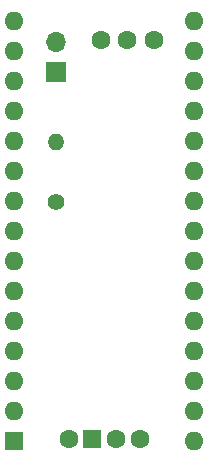
<source format=gbr>
%TF.GenerationSoftware,KiCad,Pcbnew,(5.99.0-3084-g09ad52a03)*%
%TF.CreationDate,2020-11-20T19:05:29+02:00*%
%TF.ProjectId,Arduino Nano rev 1,41726475-696e-46f2-904e-616e6f207265,rev?*%
%TF.SameCoordinates,Original*%
%TF.FileFunction,Soldermask,Top*%
%TF.FilePolarity,Negative*%
%FSLAX46Y46*%
G04 Gerber Fmt 4.6, Leading zero omitted, Abs format (unit mm)*
G04 Created by KiCad (PCBNEW (5.99.0-3084-g09ad52a03)) date 2020-11-20 19:05:29*
%MOMM*%
%LPD*%
G01*
G04 APERTURE LIST*
%ADD10C,1.600000*%
%ADD11R,1.600000X1.600000*%
%ADD12R,1.700000X1.700000*%
%ADD13O,1.700000X1.700000*%
%ADD14C,1.400000*%
%ADD15O,1.400000X1.400000*%
%ADD16O,1.600000X1.600000*%
G04 APERTURE END LIST*
D10*
%TO.C,J1*%
X133300000Y-108600000D03*
D11*
X135300000Y-108600000D03*
D10*
X137300000Y-108600000D03*
X139300000Y-108600000D03*
%TD*%
D12*
%TO.C,SW*%
X132250000Y-77500000D03*
D13*
X132250000Y-74960000D03*
%TD*%
D10*
%TO.C,BAT_MON*%
X140500000Y-74750000D03*
%TD*%
%TO.C,GND*%
X138250000Y-74750000D03*
%TD*%
%TO.C,VIN*%
X136000000Y-74750000D03*
%TD*%
D14*
%TO.C,R*%
X132250000Y-88500000D03*
D15*
X132250000Y-83420000D03*
%TD*%
D11*
%TO.C,A1*%
X128700000Y-108700000D03*
D16*
X128700000Y-106160000D03*
X128700000Y-103620000D03*
X128700000Y-101080000D03*
X128700000Y-98540000D03*
X128700000Y-96000000D03*
X128700000Y-93460000D03*
X128700000Y-90920000D03*
X128700000Y-88380000D03*
X128700000Y-85840000D03*
X128700000Y-83300000D03*
X128700000Y-80760000D03*
X128700000Y-78220000D03*
X128700000Y-75680000D03*
X128700000Y-73140000D03*
X143940000Y-73140000D03*
X143940000Y-75680000D03*
X143940000Y-78220000D03*
X143940000Y-80760000D03*
X143940000Y-83300000D03*
X143940000Y-85840000D03*
X143940000Y-88380000D03*
X143940000Y-90920000D03*
X143940000Y-93460000D03*
X143940000Y-96000000D03*
X143940000Y-98540000D03*
X143940000Y-101080000D03*
X143940000Y-103620000D03*
X143940000Y-106160000D03*
X143940000Y-108700000D03*
%TD*%
M02*

</source>
